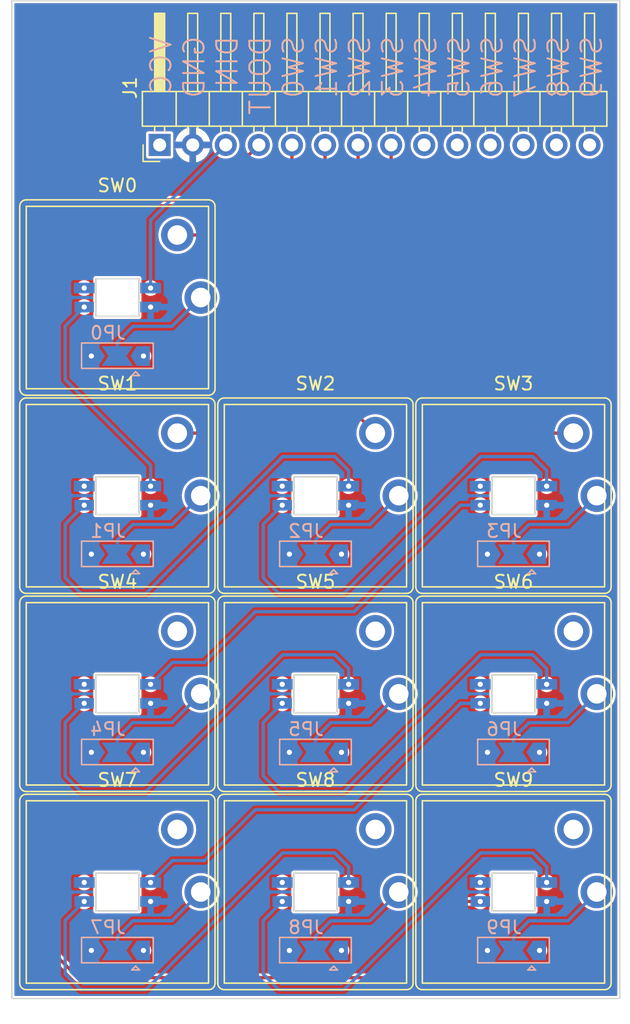
<source format=kicad_pcb>
(kicad_pcb (version 20211014) (generator pcbnew)
  (title_block (title "Keypad Breakout for KaiH PG1511") (date "2022-10-11") (rev "1.0") (company "BlendEthanol by BZH Embedded Solutions"))
  (layers (0 "F.Cu" mixed) (1 "In1.Cu" signal) (2 "In2.Cu" signal) (31 "B.Cu" mixed) (34 "B.Paste" user) (35 "F.Paste" user) (36 "B.SilkS" user "B.Silkscreen") (37 "F.SilkS" user "F.Silkscreen") (38 "B.Mask" user) (39 "F.Mask" user) (44 "Edge.Cuts" user))
  (net 0 "")
  (net 1 "/VCC")
  (net 2 "/GND")
  (net 3 "/DIN")
  (net 4 "/DOUT")
  (net 5 "/SW0")
  (net 6 "/SW1")
  (net 7 "/SW2")
  (net 8 "/SW3")
  (net 9 "/SW4")
  (net 10 "/SW5")
  (net 11 "/SW6")
  (net 12 "/SW7")
  (net 13 "/SW8")
  (net 14 "/SW9")
  (net 15 "Net-(JP1-Pad2)")
  (net 16 "Net-(JP2-Pad2)")
  (net 17 "Net-(JP3-Pad2)")
  (net 18 "Net-(JP4-Pad2)")
  (net 19 "Net-(JP5-Pad2)")
  (net 20 "Net-(JP6-Pad2)")
  (net 21 "Net-(JP7-Pad2)")
  (net 22 "Net-(JP8-Pad2)")
  (net 23 "Net-(JP9-Pad2)")
  (net 24 "Net-(SW1-Pad6)")
  (net 25 "Net-(SW2-Pad6)")
  (net 26 "Net-(SW3-Pad6)")
  (net 27 "Net-(SW4-Pad6)")
  (net 28 "Net-(SW5-Pad6)")
  (net 29 "Net-(SW6-Pad6)")
  (net 30 "Net-(SW7-Pad6)")
  (net 31 "Net-(SW0-Pad6)")
  (net 32 "Net-(SW9-Pad5)")
  (net 33 "Net-(JP0-Pad2)")
  (footprint "KAILH_SWITCH:PG1511B_CPG1511B01D03_EMB_RGB_BACK" (layer "F.Cu") (at 113.01 69.5)
    (fp_text reference "SW1" (at 0 -8.6 unlocked) (layer "F.SilkS"))
    (fp_text value "SW_RGB")
    (fp_rect (start -1.65 -1.45) (end 1.65 1.45) (layer "Edge.Cuts") (width 0.12) (fill none))
    (pad "1" smd rect (at -2.55 -0.73) (size 1.6 0.82) (layers "B.Cu" "B.Mask") (net 1 "/VCC"))
    (pad "2" thru_hole circle (at 4.6 -4.8) (size 2.5 2.5) (drill 1.5) (layers *.Cu *.Mask) (net 6 "/SW1"))
    (pad "3" smd roundrect (at 2.55 0.73) (size 1.6 0.82) (layers "B.Cu" "B.Mask") (roundrect_rratio 0) (chamfer_ratio 0.3) (chamfer bottom_right) (net 2 "/GND"))
    (pad "4" thru_hole circle (at 6.4 0) (size 2.5 2.5) (drill 1.5) (layers *.Cu *.Mask) (net 15 "Net-(JP1-Pad2)"))
    (pad "5" smd rect (at 2.55 -0.73) (size 1.6 0.82) (layers "B.Cu" "B.Mask") (net 31 "Net-(SW0-Pad6)"))
    (pad "6" smd rect (at -2.55 0.73) (size 1.5 0.82) (layers "B.Cu" "B.Mask") (net 24 "Net-(SW1-Pad6)"))
  )
  (footprint "KAILH_SWITCH:PG1511B_CPG1511B01D03_EMB_RGB_BACK" (layer "F.Cu") (at 113.01 99.92)
    (fp_text reference "SW7" (at 0 -8.6 unlocked) (layer "F.SilkS"))
    (fp_text value "SW_RGB")
    (fp_rect (start -1.65 -1.45) (end 1.65 1.45) (layer "Edge.Cuts") (width 0.12) (fill none))
    (pad "1" smd rect (at -2.55 -0.73) (size 1.6 0.82) (layers "B.Cu" "B.Mask") (net 1 "/VCC"))
    (pad "2" thru_hole circle (at 4.6 -4.8) (size 2.5 2.5) (drill 1.5) (layers *.Cu *.Mask) (net 12 "/SW7"))
    (pad "3" smd roundrect (at 2.55 0.73) (size 1.6 0.82) (layers "B.Cu" "B.Mask") (roundrect_rratio 0) (chamfer_ratio 0.3) (chamfer bottom_right) (net 2 "/GND"))
    (pad "4" thru_hole circle (at 6.4 0) (size 2.5 2.5) (drill 1.5) (layers *.Cu *.Mask) (net 21 "Net-(JP7-Pad2)"))
    (pad "5" smd rect (at 2.55 -0.73) (size 1.6 0.82) (layers "B.Cu" "B.Mask") (net 29 "Net-(SW6-Pad6)"))
    (pad "6" smd rect (at -2.55 0.73) (size 1.5 0.82) (layers "B.Cu" "B.Mask") (net 30 "Net-(SW7-Pad6)"))
  )
  (footprint "KAILH_SWITCH:PG1511B_CPG1511B01D03_EMB_RGB_BACK" (layer "F.Cu") (at 128.22 84.71)
    (fp_text reference "SW5" (at 0 -8.6 unlocked) (layer "F.SilkS"))
    (fp_text value "SW_RGB")
    (fp_rect (start -1.65 -1.45) (end 1.65 1.45) (layer "Edge.Cuts") (width 0.12) (fill none))
    (pad "1" smd rect (at -2.55 -0.73) (size 1.6 0.82) (layers "B.Cu" "B.Mask") (net 1 "/VCC"))
    (pad "2" thru_hole circle (at 4.6 -4.8) (size 2.5 2.5) (drill 1.5) (layers *.Cu *.Mask) (net 10 "/SW5"))
    (pad "3" smd roundrect (at 2.55 0.73) (size 1.6 0.82) (layers "B.Cu" "B.Mask") (roundrect_rratio 0) (chamfer_ratio 0.3) (chamfer bottom_right) (net 2 "/GND"))
    (pad "4" thru_hole circle (at 6.4 0) (size 2.5 2.5) (drill 1.5) (layers *.Cu *.Mask) (net 19 "Net-(JP5-Pad2)"))
    (pad "5" smd rect (at 2.55 -0.73) (size 1.6 0.82) (layers "B.Cu" "B.Mask") (net 27 "Net-(SW4-Pad6)"))
    (pad "6" smd rect (at -2.55 0.73) (size 1.5 0.82) (layers "B.Cu" "B.Mask") (net 28 "Net-(SW5-Pad6)"))
  )
  (footprint "KAILH_SWITCH:PG1511B_CPG1511B01D03_EMB_RGB_BACK" (layer "F.Cu") (at 143.43 99.92)
    (fp_text reference "SW9" (at 0 -8.6 unlocked) (layer "F.SilkS"))
    (fp_text value "SW_RGB")
    (fp_rect (start -1.65 -1.45) (end 1.65 1.45) (layer "Edge.Cuts") (width 0.12) (fill none))
    (pad "1" smd rect (at -2.55 -0.73) (size 1.6 0.82) (layers "B.Cu" "B.Mask") (net 1 "/VCC"))
    (pad "2" thru_hole circle (at 4.6 -4.8) (size 2.5 2.5) (drill 1.5) (layers *.Cu *.Mask) (net 14 "/SW9"))
    (pad "3" smd roundrect (at 2.55 0.73) (size 1.6 0.82) (layers "B.Cu" "B.Mask") (roundrect_rratio 0) (chamfer_ratio 0.3) (chamfer bottom_right) (net 2 "/GND"))
    (pad "4" thru_hole circle (at 6.4 0) (size 2.5 2.5) (drill 1.5) (layers *.Cu *.Mask) (net 23 "Net-(JP9-Pad2)"))
    (pad "5" smd rect (at 2.55 -0.73) (size 1.6 0.82) (layers "B.Cu" "B.Mask") (net 32 "Net-(SW9-Pad5)"))
    (pad "6" smd rect (at -2.55 0.73) (size 1.5 0.82) (layers "B.Cu" "B.Mask") (net 4 "/DOUT"))
  )
  (footprint "KAILH_SWITCH:PG1511B_CPG1511B01D03_EMB_RGB_BACK" (layer "F.Cu") (at 128.22 69.5)
    (fp_text reference "SW2" (at 0 -8.6 unlocked) (layer "F.SilkS"))
    (fp_text value "SW_RGB")
    (fp_rect (start -1.65 -1.45) (end 1.65 1.45) (layer "Edge.Cuts") (width 0.12) (fill none))
    (pad "1" smd rect (at -2.55 -0.73) (size 1.6 0.82) (layers "B.Cu" "B.Mask") (net 1 "/VCC"))
    (pad "2" thru_hole circle (at 4.6 -4.8) (size 2.5 2.5) (drill 1.5) (layers *.Cu *.Mask) (net 7 "/SW2"))
    (pad "3" smd roundrect (at 2.55 0.73) (size 1.6 0.82) (layers "B.Cu" "B.Mask") (roundrect_rratio 0) (chamfer_ratio 0.3) (chamfer bottom_right) (net 2 "/GND"))
    (pad "4" thru_hole circle (at 6.4 0) (size 2.5 2.5) (drill 1.5) (layers *.Cu *.Mask) (net 16 "Net-(JP2-Pad2)"))
    (pad "5" smd rect (at 2.55 -0.73) (size 1.6 0.82) (layers "B.Cu" "B.Mask") (net 24 "Net-(SW1-Pad6)"))
    (pad "6" smd rect (at -2.55 0.73) (size 1.5 0.82) (layers "B.Cu" "B.Mask") (net 25 "Net-(SW2-Pad6)"))
  )
  (footprint "KAILH_SWITCH:PG1511B_CPG1511B01D03_EMB_RGB_BACK" (layer "F.Cu") (at 143.43 84.71)
    (fp_text reference "SW6" (at 0 -8.6 unlocked) (layer "F.SilkS"))
    (fp_text value "SW_RGB")
    (fp_rect (start -1.65 -1.45) (end 1.65 1.45) (layer "Edge.Cuts") (width 0.12) (fill none))
    (pad "1" smd rect (at -2.55 -0.73) (size 1.6 0.82) (layers "B.Cu" "B.Mask") (net 1 "/VCC"))
    (pad "2" thru_hole circle (at 4.6 -4.8) (size 2.5 2.5) (drill 1.5) (layers *.Cu *.Mask) (net 11 "/SW6"))
    (pad "3" smd roundrect (at 2.55 0.73) (size 1.6 0.82) (layers "B.Cu" "B.Mask") (roundrect_rratio 0) (chamfer_ratio 0.3) (chamfer bottom_right) (net 2 "/GND"))
    (pad "4" thru_hole circle (at 6.4 0) (size 2.5 2.5) (drill 1.5) (layers *.Cu *.Mask) (net 20 "Net-(JP6-Pad2)"))
    (pad "5" smd rect (at 2.55 -0.73) (size 1.6 0.82) (layers "B.Cu" "B.Mask") (net 28 "Net-(SW5-Pad6)"))
    (pad "6" smd rect (at -2.55 0.73) (size 1.5 0.82) (layers "B.Cu" "B.Mask") (net 29 "Net-(SW6-Pad6)"))
  )
  (footprint "KAILH_SWITCH:PG1511B_CPG1511B01D03_EMB_RGB_BACK" (layer "F.Cu") (at 113.01 84.71)
    (fp_text reference "SW4" (at 0 -8.6 unlocked) (layer "F.SilkS"))
    (fp_text value "SW_RGB")
    (fp_rect (start -1.65 -1.45) (end 1.65 1.45) (layer "Edge.Cuts") (width 0.12) (fill none))
    (pad "1" smd rect (at -2.55 -0.73) (size 1.6 0.82) (layers "B.Cu" "B.Mask") (net 1 "/VCC"))
    (pad "2" thru_hole circle (at 4.6 -4.8) (size 2.5 2.5) (drill 1.5) (layers *.Cu *.Mask) (net 9 "/SW4"))
    (pad "3" smd roundrect (at 2.55 0.73) (size 1.6 0.82) (layers "B.Cu" "B.Mask") (roundrect_rratio 0) (chamfer_ratio 0.3) (chamfer bottom_right) (net 2 "/GND"))
    (pad "4" thru_hole circle (at 6.4 0) (size 2.5 2.5) (drill 1.5) (layers *.Cu *.Mask) (net 18 "Net-(JP4-Pad2)"))
    (pad "5" smd rect (at 2.55 -0.73) (size 1.6 0.82) (layers "B.Cu" "B.Mask") (net 26 "Net-(SW3-Pad6)"))
    (pad "6" smd rect (at -2.55 0.73) (size 1.5 0.82) (layers "B.Cu" "B.Mask") (net 27 "Net-(SW4-Pad6)"))
  )
  (footprint "KAILH_SWITCH:PG1511B_CPG1511B01D03_EMB_RGB_BACK" (layer "F.Cu") (at 143.43 69.5)
    (fp_text reference "SW3" (at 0 -8.6 unlocked) (layer "F.SilkS"))
    (fp_text value "SW_RGB")
    (fp_rect (start -1.65 -1.45) (end 1.65 1.45) (layer "Edge.Cuts") (width 0.12) (fill none))
    (pad "1" smd rect (at -2.55 -0.73) (size 1.6 0.82) (layers "B.Cu" "B.Mask") (net 1 "/VCC"))
    (pad "2" thru_hole circle (at 4.6 -4.8) (size 2.5 2.5) (drill 1.5) (layers *.Cu *.Mask) (net 8 "/SW3"))
    (pad "3" smd roundrect (at 2.55 0.73) (size 1.6 0.82) (layers "B.Cu" "B.Mask") (roundrect_rratio 0) (chamfer_ratio 0.3) (chamfer bottom_right) (net 2 "/GND"))
    (pad "4" thru_hole circle (at 6.4 0) (size 2.5 2.5) (drill 1.5) (layers *.Cu *.Mask) (net 17 "Net-(JP3-Pad2)"))
    (pad "5" smd rect (at 2.55 -0.73) (size 1.6 0.82) (layers "B.Cu" "B.Mask") (net 25 "Net-(SW2-Pad6)"))
    (pad "6" smd rect (at -2.55 0.73) (size 1.5 0.82) (layers "B.Cu" "B.Mask") (net 26 "Net-(SW3-Pad6)"))
  )
  (footprint "KAILH_SWITCH:PG1511B_CPG1511B01D03_EMB_RGB_BACK" (layer "F.Cu") (at 128.22 99.92)
    (fp_text reference "SW8" (at 0 -8.6 unlocked) (layer "F.SilkS"))
    (fp_text value "SW_RGB")
    (fp_rect (start -1.65 -1.45) (end 1.65 1.45) (layer "Edge.Cuts") (width 0.12) (fill none))
    (pad "1" smd rect (at -2.55 -0.73) (size 1.6 0.82) (layers "B.Cu" "B.Mask") (net 1 "/VCC"))
    (pad "2" thru_hole circle (at 4.6 -4.8) (size 2.5 2.5) (drill 1.5) (layers *.Cu *.Mask) (net 13 "/SW8"))
    (pad "3" smd roundrect (at 2.55 0.73) (size 1.6 0.82) (layers "B.Cu" "B.Mask") (roundrect_rratio 0) (chamfer_ratio 0.3) (chamfer bottom_right) (net 2 "/GND"))
    (pad "4" thru_hole circle (at 6.4 0) (size 2.5 2.5) (drill 1.5) (layers *.Cu *.Mask) (net 22 "Net-(JP8-Pad2)"))
    (pad "5" smd rect (at 2.55 -0.73) (size 1.6 0.82) (layers "B.Cu" "B.Mask") (net 30 "Net-(SW7-Pad6)"))
    (pad "6" smd rect (at -2.55 0.73) (size 1.5 0.82) (layers "B.Cu" "B.Mask") (net 32 "Net-(SW9-Pad5)"))
  )
  (footprint "KAILH_SWITCH:PG1511B_CPG1511B01D03_EMB_RGB_BACK" (layer "F.Cu") (at 113.01 54.29)
    (fp_text reference "SW0" (at 0 -8.6 unlocked) (layer "F.SilkS"))
    (fp_text value "SW_RGB")
    (fp_rect (start -1.65 -1.45) (end 1.65 1.45) (layer "Edge.Cuts") (width 0.12) (fill none))
    (pad "1" smd rect (at -2.55 -0.73) (size 1.6 0.82) (layers "B.Cu" "B.Mask") (net 1 "/VCC"))
    (pad "2" thru_hole circle (at 4.6 -4.8) (size 2.5 2.5) (drill 1.5) (layers *.Cu *.Mask) (net 5 "/SW0"))
    (pad "3" smd roundrect (at 2.55 0.73) (size 1.6 0.82) (layers "B.Cu" "B.Mask") (roundrect_rratio 0) (chamfer_ratio 0.3) (chamfer bottom_right) (net 2 "/GND"))
    (pad "4" thru_hole circle (at 6.4 0) (size 2.5 2.5) (drill 1.5) (layers *.Cu *.Mask) (net 33 "Net-(JP0-Pad2)"))
    (pad "5" smd rect (at 2.55 -0.73) (size 1.6 0.82) (layers "B.Cu" "B.Mask") (net 3 "/DIN"))
    (pad "6" smd rect (at -2.55 0.73) (size 1.5 0.82) (layers "B.Cu" "B.Mask") (net 31 "Net-(SW0-Pad6)"))
  )
  (footprint "Connector_PinHeader_2.54mm:PinHeader_1x14_P2.54mm_Horizontal" (layer "F.Cu") (at 116.255 42.575 90)
    (fp_text reference "J1" (at 4.385 -2.27 90) (layer "F.SilkS"))
    (fp_text value "Conn_01x14")
    (pad "1" thru_hole rect (at 0 0 90) (size 1.7 1.7) (drill 1) (layers *.Cu *.Mask) (net 1 "/VCC"))
    (pad "2" thru_hole oval (at 0 2.54 90) (size 1.7 1.7) (drill 1) (layers *.Cu *.Mask) (net 2 "/GND"))
    (pad "3" thru_hole oval (at 0 5.08 90) (size 1.7 1.7) (drill 1) (layers *.Cu *.Mask) (net 3 "/DIN"))
    (pad "4" thru_hole oval (at 0 7.62 90) (size 1.7 1.7) (drill 1) (layers *.Cu *.Mask) (net 4 "/DOUT"))
    (pad "5" thru_hole oval (at 0 10.16 90) (size 1.7 1.7) (drill 1) (layers *.Cu *.Mask) (net 5 "/SW0"))
    (pad "6" thru_hole oval (at 0 12.7 90) (size 1.7 1.7) (drill 1) (layers *.Cu *.Mask) (net 6 "/SW1"))
    (pad "7" thru_hole oval (at 0 15.24 90) (size 1.7 1.7) (drill 1) (layers *.Cu *.Mask) (net 7 "/SW2"))
    (pad "8" thru_hole oval (at 0 17.78 90) (size 1.7 1.7) (drill 1) (layers *.Cu *.Mask) (net 8 "/SW3"))
    (pad "9" thru_hole oval (at 0 20.32 90) (size 1.7 1.7) (drill 1) (layers *.Cu *.Mask) (net 9 "/SW4"))
    (pad "10" thru_hole oval (at 0 22.86 90) (size 1.7 1.7) (drill 1) (layers *.Cu *.Mask) (net 10 "/SW5"))
    (pad "11" thru_hole oval (at 0 25.4 90) (size 1.7 1.7) (drill 1) (layers *.Cu *.Mask) (net 11 "/SW6"))
    (pad "12" thru_hole oval (at 0 27.94 90) (size 1.7 1.7) (drill 1) (layers *.Cu *.Mask) (net 12 "/SW7"))
    (pad "13" thru_hole oval (at 0 30.48 90) (size 1.7 1.7) (drill 1) (layers *.Cu *.Mask) (net 13 "/SW8"))
    (pad "14" thru_hole oval (at 0 33.02 90) (size 1.7 1.7) (drill 1) (layers *.Cu *.Mask) (net 14 "/SW9"))
  )
  (footprint "Jumper:SolderJumper-3_P2.0mm_Open_TrianglePad1.0x1.5mm" (layer "B.Cu") (at 143.43 104.41 180)
    (fp_text reference "JP9" (at 0.725 1.775) (layer "B.SilkS") (effects (justify mirror)))
    (fp_text value "SolderJumper_3_Open")
    (pad "1" smd custom (at -2 0 180) (size 0.3 0.3) (layers "B.Cu" "B.Mask") (net 1 "/VCC") (options (clearance outline) (anchor rect)) (primitives (gr_poly (pts (xy 1 0) (xy 0.5 -0.75) (xy -0.5 -0.75) (xy -0.5 0.75) (xy 0.5 0.75)) (width 0) (fill yes))))
    (pad "2" smd custom (at 0 0 180) (size 0.3 0.3) (layers "B.Cu") (net 23 "Net-(JP9-Pad2)") (options (clearance outline) (anchor rect)) (primitives (gr_poly (pts (xy 0.7 0) (xy 1.2 -0.75) (xy -1.2 -0.75) (xy -0.7 0) (xy -1.2 0.75) (xy 1.2 0.75)) (width 0) (fill yes))))
    (pad "3" smd custom (at 2 0) (size 0.3 0.3) (layers "B.Cu" "B.Mask") (net 2 "/GND") (options (clearance outline) (anchor rect)) (primitives (gr_poly (pts (xy 1 0) (xy 0.5 -0.75) (xy -0.5 -0.75) (xy -0.5 0.75) (xy 0.5 0.75)) (width 0) (fill yes))))
  )
  (footprint "Jumper:SolderJumper-3_P2.0mm_Open_TrianglePad1.0x1.5mm" (layer "B.Cu") (at 128.22 104.41 180)
    (fp_text reference "JP8" (at 0.725 1.775) (layer "B.SilkS") (effects (justify mirror)))
    (fp_text value "SolderJumper_3_Open")
    (pad "1" smd custom (at -2 0 180) (size 0.3 0.3) (layers "B.Cu" "B.Mask") (net 1 "/VCC") (options (clearance outline) (anchor rect)) (primitives (gr_poly (pts (xy 1 0) (xy 0.5 -0.75) (xy -0.5 -0.75) (xy -0.5 0.75) (xy 0.5 0.75)) (width 0) (fill yes))))
    (pad "2" smd custom (at 0 0 180) (size 0.3 0.3) (layers "B.Cu") (net 22 "Net-(JP8-Pad2)") (options (clearance outline) (anchor rect)) (primitives (gr_poly (pts (xy 0.7 0) (xy 1.2 -0.75) (xy -1.2 -0.75) (xy -0.7 0) (xy -1.2 0.75) (xy 1.2 0.75)) (width 0) (fill yes))))
    (pad "3" smd custom (at 2 0) (size 0.3 0.3) (layers "B.Cu" "B.Mask") (net 2 "/GND") (options (clearance outline) (anchor rect)) (primitives (gr_poly (pts (xy 1 0) (xy 0.5 -0.75) (xy -0.5 -0.75) (xy -0.5 0.75) (xy 0.5 0.75)) (width 0) (fill yes))))
  )
  (footprint "Jumper:SolderJumper-3_P2.0mm_Open_TrianglePad1.0x1.5mm" (layer "B.Cu") (at 128.22 89.2 180)
    (fp_text reference "JP5" (at 0.725 1.775) (layer "B.SilkS") (effects (justify mirror)))
    (fp_text value "SolderJumper_3_Open")
    (pad "1" smd custom (at -2 0 180) (size 0.3 0.3) (layers "B.Cu" "B.Mask") (net 1 "/VCC") (options (clearance outline) (anchor rect)) (primitives (gr_poly (pts (xy 1 0) (xy 0.5 -0.75) (xy -0.5 -0.75) (xy -0.5 0.75) (xy 0.5 0.75)) (width 0) (fill yes))))
    (pad "2" smd custom (at 0 0 180) (size 0.3 0.3) (layers "B.Cu") (net 19 "Net-(JP5-Pad2)") (options (clearance outline) (anchor rect)) (primitives (gr_poly (pts (xy 0.7 0) (xy 1.2 -0.75) (xy -1.2 -0.75) (xy -0.7 0) (xy -1.2 0.75) (xy 1.2 0.75)) (width 0) (fill yes))))
    (pad "3" smd custom (at 2 0) (size 0.3 0.3) (layers "B.Cu" "B.Mask") (net 2 "/GND") (options (clearance outline) (anchor rect)) (primitives (gr_poly (pts (xy 1 0) (xy 0.5 -0.75) (xy -0.5 -0.75) (xy -0.5 0.75) (xy 0.5 0.75)) (width 0) (fill yes))))
  )
  (footprint "Jumper:SolderJumper-3_P2.0mm_Open_TrianglePad1.0x1.5mm" (layer "B.Cu") (at 143.43 73.99 180)
    (fp_text reference "JP3" (at 0.725 1.775) (layer "B.SilkS") (effects (justify mirror)))
    (fp_text value "SolderJumper_3_Open")
    (pad "1" smd custom (at -2 0 180) (size 0.3 0.3) (layers "B.Cu" "B.Mask") (net 1 "/VCC") (options (clearance outline) (anchor rect)) (primitives (gr_poly (pts (xy 1 0) (xy 0.5 -0.75) (xy -0.5 -0.75) (xy -0.5 0.75) (xy 0.5 0.75)) (width 0) (fill yes))))
    (pad "2" smd custom (at 0 0 180) (size 0.3 0.3) (layers "B.Cu") (net 17 "Net-(JP3-Pad2)") (options (clearance outline) (anchor rect)) (primitives (gr_poly (pts (xy 0.7 0) (xy 1.2 -0.75) (xy -1.2 -0.75) (xy -0.7 0) (xy -1.2 0.75) (xy 1.2 0.75)) (width 0) (fill yes))))
    (pad "3" smd custom (at 2 0) (size 0.3 0.3) (layers "B.Cu" "B.Mask") (net 2 "/GND") (options (clearance outline) (anchor rect)) (primitives (gr_poly (pts (xy 1 0) (xy 0.5 -0.75) (xy -0.5 -0.75) (xy -0.5 0.75) (xy 0.5 0.75)) (width 0) (fill yes))))
  )
  (footprint "Jumper:SolderJumper-3_P2.0mm_Open_TrianglePad1.0x1.5mm" (layer "B.Cu") (at 113.01 58.78 180)
    (fp_text reference "JP0" (at 0.725 1.775) (layer "B.SilkS") (effects (justify mirror)))
    (fp_text value "SolderJumper_3_Open")
    (pad "1" smd custom (at -2 0 180) (size 0.3 0.3) (layers "B.Cu" "B.Mask") (net 1 "/VCC") (options (clearance outline) (anchor rect)) (primitives (gr_poly (pts (xy 1 0) (xy 0.5 -0.75) (xy -0.5 -0.75) (xy -0.5 0.75) (xy 0.5 0.75)) (width 0) (fill yes))))
    (pad "2" smd custom (at 0 0 180) (size 0.3 0.3) (layers "B.Cu") (net 33 "Net-(JP0-Pad2)") (options (clearance outline) (anchor rect)) (primitives (gr_poly (pts (xy 0.7 0) (xy 1.2 -0.75) (xy -1.2 -0.75) (xy -0.7 0) (xy -1.2 0.75) (xy 1.2 0.75)) (width 0) (fill yes))))
    (pad "3" smd custom (at 2 0) (size 0.3 0.3) (layers "B.Cu" "B.Mask") (net 2 "/GND") (options (clearance outline) (anchor rect)) (primitives (gr_poly (pts (xy 1 0) (xy 0.5 -0.75) (xy -0.5 -0.75) (xy -0.5 0.75) (xy 0.5 0.75)) (width 0) (fill yes))))
  )
  (footprint "Jumper:SolderJumper-3_P2.0mm_Open_TrianglePad1.0x1.5mm" (layer "B.Cu") (at 113.01 104.41 180)
    (fp_text reference "JP7" (at 0.725 1.775) (layer "B.SilkS") (effects (justify mirror)))
    (fp_text value "SolderJumper_3_Open")
    (pad "1" smd custom (at -2 0 180) (size 0.3 0.3) (layers "B.Cu" "B.Mask") (net 1 "/VCC") (options (clearance outline) (anchor rect)) (primitives (gr_poly (pts (xy 1 0) (xy 0.5 -0.75) (xy -0.5 -0.75) (xy -0.5 0.75) (xy 0.5 0.75)) (width 0) (fill yes))))
    (pad "2" smd custom (at 0 0 180) (size 0.3 0.3) (layers "B.Cu") (net 21 "Net-(JP7-Pad2)") (options (clearance outline) (anchor rect)) (primitives (gr_poly (pts (xy 0.7 0) (xy 1.2 -0.75) (xy -1.2 -0.75) (xy -0.7 0) (xy -1.2 0.75) (xy 1.2 0.75)) (width 0) (fill yes))))
    (pad "3" smd custom (at 2 0) (size 0.3 0.3) (layers "B.Cu" "B.Mask") (net 2 "/GND") (options (clearance outline) (anchor rect)) (primitives (gr_poly (pts (xy 1 0) (xy 0.5 -0.75) (xy -0.5 -0.75) (xy -0.5 0.75) (xy 0.5 0.75)) (width 0) (fill yes))))
  )
  (footprint "Jumper:SolderJumper-3_P2.0mm_Open_TrianglePad1.0x1.5mm" (layer "B.Cu") (at 113.01 89.2 180)
    (fp_text reference "JP4" (at 0.725 1.775) (layer "B.SilkS") (effects (justify mirror)))
    (fp_text value "SolderJumper_3_Open")
    (pad "1" smd custom (at -2 0 180) (size 0.3 0.3) (layers "B.Cu" "B.Mask") (net 1 "/VCC") (options (clearance outline) (anchor rect)) (primitives (gr_poly (pts (xy 1 0) (xy 0.5 -0.75) (xy -0.5 -0.75) (xy -0.5 0.75) (xy 0.5 0.75)) (width 0) (fill yes))))
    (pad "2" smd custom (at 0 0 180) (size 0.3 0.3) (layers "B.Cu") (net 18 "Net-(JP4-Pad2)") (options (clearance outline) (anchor rect)) (primitives (gr_poly (pts (xy 0.7 0) (xy 1.2 -0.75) (xy -1.2 -0.75) (xy -0.7 0) (xy -1.2 0.75) (xy 1.2 0.75)) (width 0) (fill yes))))
    (pad "3" smd custom (at 2 0) (size 0.3 0.3) (layers "B.Cu" "B.Mask") (net 2 "/GND") (options (clearance outline) (anchor rect)) (primitives (gr_poly (pts (xy 1 0) (xy 0.5 -0.75) (xy -0.5 -0.75) (xy -0.5 0.75) (xy 0.5 0.75)) (width 0) (fill yes))))
  )
  (footprint "Jumper:SolderJumper-3_P2.0mm_Open_TrianglePad1.0x1.5mm" (layer "B.Cu") (at 128.22 73.99 180)
    (fp_text reference "JP2" (at 0.725 1.775) (layer "B.SilkS") (effects (justify mirror)))
    (fp_text value "SolderJumper_3_Open")
    (pad "1" smd custom (at -2 0 180) (size 0.3 0.3) (layers "B.Cu" "B.Mask") (net 1 "/VCC") (options (clearance outline) (anchor rect)) (primitives (gr_poly (pts (xy 1 0) (xy 0.5 -0.75) (xy -0.5 -0.75) (xy -0.5 0.75) (xy 0.5 0.75)) (width 0) (fill yes))))
    (pad "2" smd custom (at 0 0 180) (size 0.3 0.3) (layers "B.Cu") (net 16 "Net-(JP2-Pad2)") (options (clearance outline) (anchor rect)) (primitives (gr_poly (pts (xy 0.7 0) (xy 1.2 -0.75) (xy -1.2 -0.75) (xy -0.7 0) (xy -1.2 0.75) (xy 1.2 0.75)) (width 0) (fill yes))))
    (pad "3" smd custom (at 2 0) (size 0.3 0.3) (layers "B.Cu" "B.Mask") (net 2 "/GND") (options (clearance outline) (anchor rect)) (primitives (gr_poly (pts (xy 1 0) (xy 0.5 -0.75) (xy -0.5 -0.75) (xy -0.5 0.75) (xy 0.5 0.75)) (width 0) (fill yes))))
  )
  (footprint "Jumper:SolderJumper-3_P2.0mm_Open_TrianglePad1.0x1.5mm" (layer "B.Cu") (at 113.01 73.99 180)
    (fp_text reference "JP1" (at 0.725 1.775) (layer "B.SilkS") (effects (justify mirror)))
    (fp_text value "SolderJumper_3_Open")
    (pad "1" smd custom (at -2 0 180) (size 0.3 0.3) (layers "B.Cu" "B.Mask") (net 1 "/VCC") (options (clearance outline) (anchor rect)) (primitives (gr_poly (pts (xy 1 0) (xy 0.5 -0.75) (xy -0.5 -0.75) (xy -0.5 0.75) (xy 0.5 0.75)) (width 0) (fill yes))))
    (pad "2" smd custom (at 0 0 180) (size 0.3 0.3) (layers "B.Cu") (net 15 "Net-(JP1-Pad2)") (options (clearance outline) (anchor rect)) (primitives (gr_poly (pts (xy 0.7 0) (xy 1.2 -0.75) (xy -1.2 -0.75) (xy -0.7 0) (xy -1.2 0.75) (xy 1.2 0.75)) (width 0) (fill yes))))
    (pad "3" smd custom (at 2 0) (size 0.3 0.3) (layers "B.Cu" "B.Mask") (net 2 "/GND") (options (clearance outline) (anchor rect)) (primitives (gr_poly (pts (xy 1 0) (xy 0.5 -0.75) (xy -0.5 -0.75) (xy -0.5 0.75) (xy 0.5 0.75)) (width 0) (fill yes))))
  )
  (footprint "Jumper:SolderJumper-3_P2.0mm_Open_TrianglePad1.0x1.5mm" (layer "B.Cu") (at 143.43 89.2 180)
    (fp_text reference "JP6" (at 0.725 1.775) (layer "B.SilkS") (effects (justify mirror)))
    (fp_text value "SolderJumper_3_Open")
    (pad "1" smd custom (at -2 0 180) (size 0.3 0.3) (layers "B.Cu" "B.Mask") (net 1 "/VCC") (options (clearance outline) (anchor rect)) (primitives (gr_poly (pts (xy 1 0) (xy 0.5 -0.75) (xy -0.5 -0.75) (xy -0.5 0.75) (xy 0.5 0.75)) (width 0) (fill yes))))
    (pad "2" smd custom (at 0 0 180) (size 0.3 0.3) (layers "B.Cu") (net 20 "Net-(JP6-Pad2)") (options (clearance outline) (anchor rect)) (primitives (gr_poly (pts (xy 0.7 0) (xy 1.2 -0.75) (xy -1.2 -0.75) (xy -0.7 0) (xy -1.2 0.75) (xy 1.2 0.75)) (width 0) (fill yes))))
    (pad "3" smd custom (at 2 0) (size 0.3 0.3) (layers "B.Cu" "B.Mask") (net 2 "/GND") (options (clearance outline) (anchor rect)) (primitives (gr_poly (pts (xy 1 0) (xy 0.5 -0.75) (xy -0.5 -0.75) (xy -0.5 0.75) (xy 0.5 0.75)) (width 0) (fill yes))))
  )
  (gr_poly (pts (xy 151.6 108.1) (xy 104.9 108.1) (xy 104.9 31.5) (xy 151.6 31.5)) (layer "Edge.Cuts") (width 0.1) (fill none))
  (gr_text "VCC\nGND\nDIN\nDOUT\nSW0\nSW1\nSW2\nSW3\nSW4\nSW5\nSW6\nSW7\nSW8\nSW9" (at 132.9 34.1 90) (layer "B.SilkS") (effects (font (size 1.58 1.58)) (justify left mirror)))
  (via (at 115.01 73.99) (size 0.8) (drill 0.4) (layers "F.Cu" "B.Cu") (net 1))
  (via (at 145.43 89.2) (size 0.8) (drill 0.4) (layers "F.Cu" "B.Cu") (net 1))
  (via (at 140.88 99.19) (size 0.8) (drill 0.4) (layers "F.Cu" "B.Cu") (net 1))
  (via (at 115.01 104.41) (size 0.8) (drill 0.4) (layers "F.Cu" "B.Cu") (net 1))
  (via (at 130.22 73.99) (size 0.8) (drill 0.4) (layers "F.Cu" "B.Cu") (net 1))
  (via (at 125.67 83.98) (size 0.8) (drill 0.4) (layers "F.Cu" "B.Cu") (net 1))
  (via (at 130.22 89.2) (size 0.8) (drill 0.4) (layers "F.Cu" "B.Cu") (net 1))
  (via (at 145.43 73.99) (size 0.8) (drill 0.4) (layers "F.Cu" "B.Cu") (net 1))
  (via (at 110.46 83.98) (size 0.8) (drill 0.4) (layers "F.Cu" "B.Cu") (net 1))
  (via (at 145.43 104.41) (size 0.8) (drill 0.4) (layers "F.Cu" "B.Cu") (net 1))
  (via (at 110.46 99.19) (size 0.8) (drill 0.4) (layers "F.Cu" "B.Cu") (net 1))
  (via (at 115.01 58.78) (size 0.8) (drill 0.4) (layers "F.Cu" "B.Cu") (net 1))
  (via (at 130.22 104.41) (size 0.8) (drill 0.4) (layers "F.Cu" "B.Cu") (net 1))
  (via (at 115.01 89.2) (size 0.8) (drill 0.4) (layers "F.Cu" "B.Cu") (net 1))
  (via (at 125.67 68.77) (size 0.8) (drill 0.4) (layers "F.Cu" "B.Cu") (net 1))
  (via (at 110.46 68.77) (size 0.8) (drill 0.4) (layers "F.Cu" "B.Cu") (net 1))
  (via (at 125.67 99.19) (size 0.8) (drill 0.4) (layers "F.Cu" "B.Cu") (net 1))
  (via (at 140.88 83.98) (size 0.8) (drill 0.4) (layers "F.Cu" "B.Cu") (net 1))
  (via (at 140.88 68.77) (size 0.8) (drill 0.4) (layers "F.Cu" "B.Cu") (net 1))
  (via (at 110.46 53.56) (size 0.8) (drill 0.4) (layers "F.Cu" "B.Cu") (net 1))
  (via (at 130.77 70.23) (size 0.8) (drill 0.4) (layers "F.Cu" "B.Cu") (net 2))
  (via (at 141.43 73.99) (size 0.8) (drill 0.4) (layers "F.Cu" "B.Cu") (net 2))
  (via (at 115.56 55.02) (size 0.8) (drill 0.4) (layers "F.Cu" "B.Cu") (net 2))
  (via (at 145.98 70.23) (size 0.8) (drill 0.4) (layers "F.Cu" "B.Cu") (net 2))
  (via (at 115.56 100.65) (size 0.8) (drill 0.4) (layers "F.Cu" "B.Cu") (net 2))
  (via (at 115.56 85.44) (size 0.8) (drill 0.4) (layers "F.Cu" "B.Cu") (net 2))
  (via (at 111.01 104.41) (size 0.8) (drill 0.4) (layers "F.Cu" "B.Cu") (net 2))
  (via (at 126.22 73.99) (size 0.8) (drill 0.4) (layers "F.Cu" "B.Cu") (net 2))
  (via (at 115.56 70.23) (size 0.8) (drill 0.4) (layers "F.Cu" "B.Cu") (net 2))
  (via (at 111.01 73.99) (size 0.8) (drill 0.4) (layers "F.Cu" "B.Cu") (net 2))
  (via (at 130.77 85.44) (size 0.8) (drill 0.4) (layers "F.Cu" "B.Cu") (net 2))
  (via (at 126.22 104.41) (size 0.8) (drill 0.4) (layers "F.Cu" "B.Cu") (net 2))
  (via (at 111.01 58.78) (size 0.8) (drill 0.4) (layers "F.Cu" "B.Cu") (net 2))
  (via (at 145.98 100.65) (size 0.8) (drill 0.4) (layers "F.Cu" "B.Cu") (net 2))
  (via (at 145.98 85.44) (size 0.8) (drill 0.4) (layers "F.Cu" "B.Cu") (net 2))
  (via (at 126.22 89.2) (size 0.8) (drill 0.4) (layers "F.Cu" "B.Cu") (net 2))
  (via (at 111.01 89.2) (size 0.8) (drill 0.4) (layers "F.Cu" "B.Cu") (net 2))
  (via (at 141.43 89.2) (size 0.8) (drill 0.4) (layers "F.Cu" "B.Cu") (net 2))
  (via (at 130.77 100.65) (size 0.8) (drill 0.4) (layers "F.Cu" "B.Cu") (net 2))
  (via (at 141.43 104.41) (size 0.8) (drill 0.4) (layers "F.Cu" "B.Cu") (net 2))
  (via (at 115.56 53.56) (size 0.8) (drill 0.4) (layers "F.Cu" "B.Cu") (net 3))
  (segment (start 115.56 48.35) (end 121.335 42.575) (width 0.25) (layer "B.Cu") (net 3))
  (segment (start 115.56 53.56) (end 115.56 48.35) (width 0.25) (layer "B.Cu") (net 3))
  (segment (start 140.88 100.65) (end 139.25 100.65) (width 0.25) (layer "F.Cu") (net 4))
  (segment (start 133.4 106.5) (end 110 106.5) (width 0.25) (layer "F.Cu") (net 4))
  (segment (start 119.65 46.8) (end 123.875 42.575) (width 0.25) (layer "F.Cu") (net 4))
  (segment (start 113.1 46.8) (end 119.65 46.8) (width 0.25) (layer "F.Cu") (net 4))
  (segment (start 106.9 53) (end 113.1 46.8) (width 0.25) (layer "F.Cu") (net 4))
  (segment (start 106.9 103.4) (end 106.9 53) (width 0.25) (layer "F.Cu") (net 4))
  (segment (start 110 106.5) (end 106.9 103.4) (width 0.25) (layer "F.Cu") (net 4))
  (segment (start 139.25 100.65) (end 133.4 106.5) (width 0.25) (layer "F.Cu") (net 4))
  (via (at 140.88 100.65) (size 0.8) (drill 0.4) (layers "F.Cu" "B.Cu") (net 4))
  (segment (start 126.415 47.885) (end 126.415 42.575) (width 0.25) (layer "F.Cu") (net 5))
  (segment (start 117.61 49.49) (end 124.81 49.49) (width 0.25) (layer "F.Cu") (net 5))
  (segment (start 124.81 49.49) (end 126.415 47.885) (width 0.25) (layer "F.Cu") (net 5))
  (segment (start 125.7 64.7) (end 128.955 61.445) (width 0.25) (layer "F.Cu") (net 6))
  (segment (start 117.61 64.7) (end 125.7 64.7) (width 0.25) (layer "F.Cu") (net 6))
  (segment (start 128.955 61.445) (end 128.955 42.575) (width 0.25) (layer "F.Cu") (net 6))
  (segment (start 131.495 63.375) (end 131.495 42.575) (width 0.25) (layer "F.Cu") (net 7))
  (segment (start 132.82 64.7) (end 131.495 63.375) (width 0.25) (layer "F.Cu") (net 7))
  (segment (start 148.03 64.7) (end 137.3 64.7) (width 0.25) (layer "F.Cu") (net 8))
  (segment (start 134.035 61.435) (end 134.035 42.575) (width 0.25) (layer "F.Cu") (net 8))
  (segment (start 137.3 64.7) (end 134.035 61.435) (width 0.25) (layer "F.Cu") (net 8))
  (segment (start 114.2 71.71) (end 113.01 72.9) (width 0.25) (layer "B.Cu") (net 15))
  (segment (start 117.2 71.71) (end 114.2 71.71) (width 0.25) (layer "B.Cu") (net 15))
  (segment (start 119.41 69.5) (end 117.2 71.71) (width 0.25) (layer "B.Cu") (net 15))
  (segment (start 113.01 72.9) (end 113.01 73.99) (width 0.25) (layer "B.Cu") (net 15))
  (segment (start 132.41 71.71) (end 129.41 71.71) (width 0.25) (layer "B.Cu") (net 16))
  (segment (start 129.41 71.71) (end 128.22 72.9) (width 0.25) (layer "B.Cu") (net 16))
  (segment (start 134.62 69.5) (end 132.41 71.71) (width 0.25) (layer "B.Cu") (net 16))
  (segment (start 128.22 72.9) (end 128.22 73.99) (width 0.25) (layer "B.Cu") (net 16))
  (segment (start 147.62 71.71) (end 144.62 71.71) (width 0.25) (layer "B.Cu") (net 17))
  (segment (start 144.62 71.71) (end 143.43 72.9) (width 0.25) (layer "B.Cu") (net 17))
  (segment (start 149.83 69.5) (end 147.62 71.71) (width 0.25) (layer "B.Cu") (net 17))
  (segment (start 143.43 72.9) (end 143.43 73.99) (width 0.25) (layer "B.Cu") (net 17))
  (segment (start 119.41 84.71) (end 117.2 86.92) (width 0.25) (layer "B.Cu") (net 18))
  (segment (start 117.2 86.92) (end 114.2 86.92) (width 0.25) (layer "B.Cu") (net 18))
  (segment (start 114.2 86.92) (end 113.01 88.11) (width 0.25) (layer "B.Cu") (net 18))
  (segment (start 113.01 88.11) (end 113.01 89.2) (width 0.25) (layer "B.Cu") (net 18))
  (segment (start 129.41 86.92) (end 128.22 88.11) (width 0.25) (layer "B.Cu") (net 19))
  (segment (start 134.62 84.71) (end 132.41 86.92) (width 0.25) (layer "B.Cu") (net 19))
  (segment (start 132.41 86.92) (end 129.41 86.92) (width 0.25) (layer "B.Cu") (net 19))
  (segment (start 128.22 88.11) (end 128.22 89.2) (width 0.25) (layer "B.Cu") (net 19))
  (segment (start 144.62 86.92) (end 143.43 88.11) (width 0.25) (layer "B.Cu") (net 20))
  (segment (start 143.43 88.11) (end 143.43 89.2) (width 0.25) (layer "B.Cu") (net 20))
  (segment (start 147.62 86.92) (end 144.62 86.92) (width 0.25) (layer "B.Cu") (net 20))
  (segment (start 149.83 84.71) (end 147.62 86.92) (width 0.25) (layer "B.Cu") (net 20))
  (segment (start 114.2 102.13) (end 113.01 103.32) (width 0.25) (layer "B.Cu") (net 21))
  (segment (start 119.41 99.92) (end 117.2 102.13) (width 0.25) (layer "B.Cu") (net 21))
  (segment (start 117.2 102.13) (end 114.2 102.13) (width 0.25) (layer "B.Cu") (net 21))
  (segment (start 113.01 103.32) (end 113.01 104.41) (width 0.25) (layer "B.Cu") (net 21))
  (segment (start 134.62 99.92) (end 132.41 102.13) (width 0.25) (layer "B.Cu") (net 22))
  (segment (start 128.22 103.32) (end 128.22 104.41) (width 0.25) (layer "B.Cu") (net 22))
  (segment (start 129.41 102.13) (end 128.22 103.32) (width 0.25) (layer "B.Cu") (net 22))
  (segment (start 132.41 102.13) (end 129.41 102.13) (width 0.25) (layer "B.Cu") (net 22))
  (segment (start 149.83 99.92) (end 147.62 102.13) (width 0.25) (layer "B.Cu") (net 23))
  (segment (start 144.62 102.13) (end 143.43 103.32) (width 0.25) (layer "B.Cu") (net 23))
  (segment (start 143.43 103.32) (end 143.43 104.41) (width 0.25) (layer "B.Cu") (net 23))
  (segment (start 147.62 102.13) (end 144.62 102.13) (width 0.25) (layer "B.Cu") (net 23))
  (via (at 130.77 68.77) (size 0.8) (drill 0.4) (layers "F.Cu" "B.Cu") (net 24))
  (via (at 110.46 70.23) (size 0.8) (drill 0.4) (layers "F.Cu" "B.Cu") (net 24))
  (segment (start 110.2 77) (end 115.2 77) (width 0.25) (layer "B.Cu") (net 24))
  (segment (start 109 71.69) (end 109 75.8) (width 0.25) (layer "B.Cu") (net 24))
  (segment (start 110.46 70.23) (end 109 71.69) (width 0.25) (layer "B.Cu") (net 24))
  (segment (start 129.7 66.5) (end 130.77 67.57) (width 0.25) (layer "B.Cu") (net 24))
  (segment (start 109 75.8) (end 110.2 77) (width 0.25) (layer "B.Cu") (net 24))
  (segment (start 115.2 77) (end 125.7 66.5) (width 0.25) (layer "B.Cu") (net 24))
  (segment (start 130.77 67.57) (end 130.77 68.77) (width 0.25) (layer "B.Cu") (net 24))
  (segment (start 125.7 66.5) (end 129.7 66.5) (width 0.25) (layer "B.Cu") (net 24))
  (via (at 125.67 70.23) (size 0.8) (drill 0.4) (layers "F.Cu" "B.Cu") (net 25))
  (via (at 145.98 68.77) (size 0.8) (drill 0.4) (layers "F.Cu" "B.Cu") (net 25))
  (segment (start 130.41 77) (end 140.91 66.5) (width 0.25) (layer "B.Cu") (net 25))
  (segment (start 124.21 75.8) (end 125.41 77) (width 0.25) (layer "B.Cu") (net 25))
  (segment (start 124.21 71.69) (end 124.21 75.8) (width 0.25) (layer "B.Cu") (net 25))
  (segment (start 125.67 70.23) (end 124.21 71.69) (width 0.25) (layer "B.Cu") (net 25))
  (segment (start 144.91 66.5) (end 145.98 67.57) (width 0.25) (layer "B.Cu") (net 25))
  (segment (start 125.41 77) (end 130.41 77) (width 0.25) (layer "B.Cu") (net 25))
  (segment (start 140.91 66.5) (end 144.91 66.5) (width 0.25) (layer "B.Cu") (net 25))
  (segment (start 145.98 67.57) (end 145.98 68.77) (width 0.25) (layer "B.Cu") (net 25))
  (via (at 115.56 83.98) (size 0.8) (drill 0.4) (layers "F.Cu" "B.Cu") (net 26))
  (via (at 140.88 70.23) (size 0.8) (drill 0.4) (layers "F.Cu" "B.Cu") (net 26))
  (segment (start 131.2 78.4) (end 123.6 78.4) (width 0.25) (layer "B.Cu") (net 26))
  (segment (start 123.6 78.4) (end 119.7 82.3) (width 0.25) (layer "B.Cu") (net 26))
  (segment (start 140.88 70.23) (end 139.37 70.23) (width 0.25) (layer "B.Cu") (net 26))
  (segment (start 119.7 82.3) (end 117.24 82.3) (width 0.25) (layer "B.Cu") (net 26))
  (segment (start 117.24 82.3) (end 115.56 83.98) (width 0.25) (layer "B.Cu") (net 26))
  (segment (start 139.37 70.23) (end 131.2 78.4) (width 0.25) (layer "B.Cu") (net 26))
  (via (at 130.77 83.98) (size 0.8) (drill 0.4) (layers "F.Cu" "B.Cu") (net 27))
  (via (at 110.46 85.44) (size 0.8) (drill 0.4) (layers "F.Cu" "B.Cu") (net 27))
  (segment (start 109 91.01) (end 110.2 92.21) (width 0.25) (layer "B.Cu") (net 27))
  (segment (start 115.2 92.21) (end 125.7 81.71) (width 0.25) (layer "B.Cu") (net 27))
  (segment (start 129.7 81.71) (end 130.77 82.78) (width 0.25) (layer "B.Cu") (net 27))
  (segment (start 130.77 82.78) (end 130.77 83.98) (width 0.25) (layer "B.Cu") (net 27))
  (segment (start 110.46 85.44) (end 109 86.9) (width 0.25) (layer "B.Cu") (net 27))
  (segment (start 110.2 92.21) (end 115.2 92.21) (width 0.25) (layer "B.Cu") (net 27))
  (segment (start 109 86.9) (end 109 91.01) (width 0.25) (layer "B.Cu") (net 27))
  (segment (start 125.7 81.71) (end 129.7 81.71) (width 0.25) (layer "B.Cu") (net 27))
  (via (at 125.67 85.44) (size 0.8) (drill 0.4) (layers "F.Cu" "B.Cu") (net 28))
  (via (at 145.98 83.98) (size 0.8) (drill 0.4) (layers "F.Cu" "B.Cu") (net 28))
  (segment (start 140.91 81.71) (end 144.91 81.71) (width 0.25) (layer "B.Cu") (net 28))
  (segment (start 124.21 86.9) (end 124.21 91.01) (width 0.25) (layer "B.Cu") (net 28))
  (segment (start 144.91 81.71) (end 145.98 82.78) (width 0.25) (layer "B.Cu") (net 28))
  (segment (start 130.41 92.21) (end 140.91 81.71) (width 0.25) (layer "B.Cu") (net 28))
  (segment (start 125.41 92.21) (end 130.41 92.21) (width 0.25) (layer "B.Cu") (net 28))
  (segment (start 125.67 85.44) (end 124.21 86.9) (width 0.25) (layer "B.Cu") (net 28))
  (segment (start 124.21 91.01) (end 125.41 92.21) (width 0.25) (layer "B.Cu") (net 28))
  (segment (start 145.98 82.78) (end 145.98 83.98) (width 0.25) (layer "B.Cu") (net 28))
  (via (at 140.88 85.44) (size 0.8) (drill 0.4) (layers "F.Cu" "B.Cu") (net 29))
  (via (at 115.56 99.19) (size 0.8) (drill 0.4) (layers "F.Cu" "B.Cu") (net 29))
  (segment (start 117.24 97.51) (end 115.56 99.19) (width 0.25) (layer "B.Cu") (net 29))
  (segment (start 131.2 93.61) (end 123.6 93.61) (width 0.25) (layer "B.Cu") (net 29))
  (segment (start 119.7 97.51) (end 117.24 97.51) (width 0.25) (layer "B.Cu") (net 29))
  (segment (start 140.88 85.44) (end 139.37 85.44) (width 0.25) (layer "B.Cu") (net 29))
  (segment (start 139.37 85.44) (end 131.2 93.61) (width 0.25) (layer "B.Cu") (net 29))
  (segment (start 123.6 93.61) (end 119.7 97.51) (width 0.25) (layer "B.Cu") (net 29))
  (via (at 130.77 99.19) (size 0.8) (drill 0.4) (layers "F.Cu" "B.Cu") (net 30))
  (via (at 110.46 100.65) (size 0.8) (drill 0.4) (layers "F.Cu" "B.Cu") (net 30))
  (segment (start 109 102.11) (end 109 106.22) (width 0.25) (layer "B.Cu") (net 30))
  (segment (start 130.77 97.99) (end 130.77 99.19) (width 0.25) (layer "B.Cu") (net 30))
  (segment (start 115.2 107.42) (end 125.7 96.92) (width 0.25) (layer "B.Cu") (net 30))
  (segment (start 129.7 96.92) (end 130.77 97.99) (width 0.25) (layer "B.Cu") (net 30))
  (segment (start 109 106.22) (end 110.2 107.42) (width 0.25) (layer "B.Cu") (net 30))
  (segment (start 110.2 107.42) (end 115.2 107.42) (width 0.25) (layer "B.Cu") (net 30))
  (segment (start 125.7 96.92) (end 129.7 96.92) (width 0.25) (layer "B.Cu") (net 30))
  (segment (start 110.46 100.65) (end 109 102.11) (width 0.25) (layer "B.Cu") (net 30))
  (via (at 115.56 68.77) (size 0.8) (drill 0.4) (layers "F.Cu" "B.Cu") (net 31))
  (via (at 110.46 55.02) (size 0.8) (drill 0.4) (layers "F.Cu" "B.Cu") (net 31))
  (segment (start 115.56 68.77) (end 115.56 67.15) (width 0.25) (layer "B.Cu") (net 31))
  (segment (start 115.56 67.15) (end 109 60.59) (width 0.25) (layer "B.Cu") (net 31))
  (segment (start 109 56.48) (end 110.46 55.02) (width 0.25) (layer "B.Cu") (net 31))
  (segment (start 109 60.59) (end 109 56.48) (width 0.25) (layer "B.Cu") (net 31))
  (via (at 125.67 100.65) (size 0.8) (drill 0.4) (layers "F.Cu" "B.Cu") (net 32))
  (via (at 145.98 99.19) (size 0.8) (drill 0.4) (layers "F.Cu" "B.Cu") (net 32))
  (segment (start 145.98 97.99) (end 145.98 99.19) (width 0.25) (layer "B.Cu") (net 32))
  (segment (start 144.91 96.92) (end 145.98 97.99) (width 0.25) (layer "B.Cu") (net 32))
  (segment (start 125.67 100.65) (end 124.21 102.11) (width 0.25) (layer "B.Cu") (net 32))
  (segment (start 125.41 107.42) (end 130.41 107.42) (width 0.25) (layer "B.Cu") (net 32))
  (segment (start 130.41 107.42) (end 140.91 96.92) (width 0.25) (layer "B.Cu") (net 32))
  (segment (start 124.21 102.11) (end 124.21 106.22) (width 0.25) (layer "B.Cu") (net 32))
  (segment (start 124.21 106.22) (end 125.41 107.42) (width 0.25) (layer "B.Cu") (net 32))
  (segment (start 140.91 96.92) (end 144.91 96.92) (width 0.25) (layer "B.Cu") (net 32))
  (segment (start 113.01 57.69) (end 113.01 58.78) (width 0.25) (layer "B.Cu") (net 33))
  (segment (start 119.41 54.29) (end 117.2 56.5) (width 0.25) (layer "B.Cu") (net 33))
  (segment (start 114.2 56.5) (end 113.01 57.69) (width 0.25) (layer "B.Cu") (net 33))
  (segment (start 117.2 56.5) (end 114.2 56.5) (width 0.25) (layer "B.Cu") (net 33))
  (zone (net 2) (net_name "/GND") (layers "F.Cu" "In2.Cu" "B.Cu") (connect_pads (clearance 0.089)) (min_thickness 0.089) (fill yes (thermal_gap 0.508) (thermal_bridge_width 0.508))
    (polygon (pts (xy 151.6 108) (xy 104.9 108) (xy 104.9 31.5) (xy 151.6 31.5)))
  )
)
</source>
